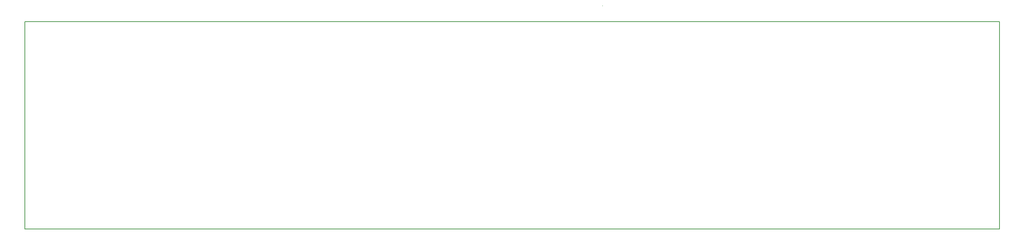
<source format=gm1>
G04 #@! TF.GenerationSoftware,KiCad,Pcbnew,no-vcs-found-9992a07~58~ubuntu16.04.1*
G04 #@! TF.CreationDate,2017-04-23T16:15:32+03:00*
G04 #@! TF.ProjectId,ND-01,4E442D30312E6B696361645F70636200,rev?*
G04 #@! TF.FileFunction,Profile,NP*
%FSLAX46Y46*%
G04 Gerber Fmt 4.6, Leading zero omitted, Abs format (unit mm)*
G04 Created by KiCad (PCBNEW no-vcs-found-9992a07~58~ubuntu16.04.1) date Sun Apr 23 16:15:32 2017*
%MOMM*%
%LPD*%
G01*
G04 APERTURE LIST*
%ADD10C,0.100000*%
%ADD11C,0.150000*%
G04 APERTURE END LIST*
D10*
D11*
X43815000Y-121285000D02*
X43815000Y-121285000D01*
X34290000Y-121285000D02*
X43815000Y-121285000D01*
X34290000Y-120650000D02*
X34290000Y-121285000D01*
X34290000Y-71755000D02*
X34290000Y-120650000D01*
X43815000Y-71755000D02*
X34290000Y-71755000D01*
X257175000Y-121285000D02*
X257175000Y-121285000D01*
X266700000Y-121285000D02*
X257175000Y-121285000D01*
X266700000Y-71755000D02*
X266700000Y-121285000D01*
X257175000Y-71755000D02*
X266700000Y-71755000D01*
X233045000Y-71755000D02*
X233045000Y-71755000D01*
X257175000Y-71755000D02*
X233045000Y-71755000D01*
X257175000Y-121285000D02*
X257175000Y-121285000D01*
X233045000Y-121285000D02*
X257175000Y-121285000D01*
X67945000Y-71755000D02*
X67945000Y-71755000D01*
X43815000Y-71755000D02*
X67945000Y-71755000D01*
X257175000Y-71755000D02*
X257175000Y-71755000D01*
X50165000Y-121285000D02*
X50165000Y-121285000D01*
X67945000Y-121285000D02*
X50165000Y-121285000D01*
X111125000Y-121285000D02*
X111125000Y-121285000D01*
X128905000Y-121285000D02*
X111125000Y-121285000D01*
X172085000Y-121285000D02*
X172085000Y-121285000D01*
X189865000Y-121285000D02*
X172085000Y-121285000D01*
X111125000Y-71755000D02*
X111125000Y-71755000D01*
X128905000Y-71755000D02*
X111125000Y-71755000D01*
X172085000Y-71755000D02*
X172085000Y-71755000D01*
X172085000Y-71755000D02*
X172085000Y-71755000D01*
X189865000Y-71755000D02*
X172085000Y-71755000D01*
X172085000Y-71755000D02*
X128905000Y-71755000D01*
X67945000Y-121285000D02*
X111125000Y-121285000D01*
X111125000Y-71755000D02*
X67945000Y-71755000D01*
X172085000Y-67945000D02*
X172085000Y-67945000D01*
X233045000Y-71755000D02*
X189865000Y-71755000D01*
X128905000Y-121285000D02*
X172085000Y-121285000D01*
X189865000Y-121285000D02*
X233045000Y-121285000D01*
X43815000Y-121285000D02*
X50165000Y-121285000D01*
X172085000Y-67945000D02*
X172085000Y-67945000D01*
M02*

</source>
